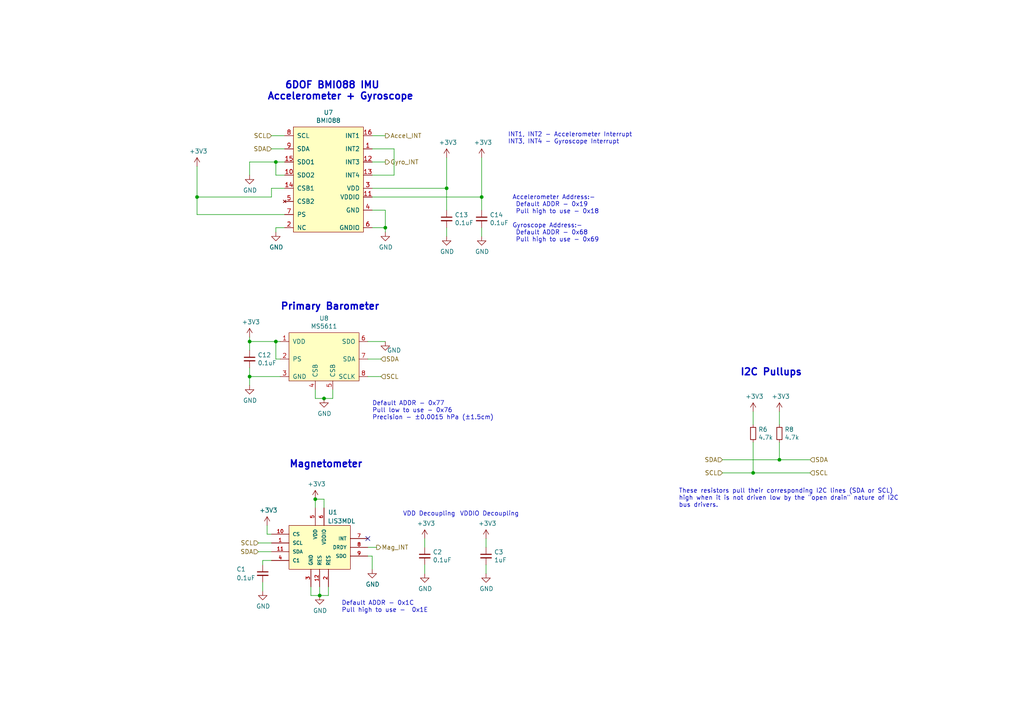
<source format=kicad_sch>
(kicad_sch (version 20230121) (generator eeschema)

  (uuid 4d2fd49e-2cb2-44d4-8935-68488970d97b)

  (paper "A4")

  (title_block
    (title "10DOF-Sensor Suite")
    (date "2021-10-11")
    (rev "1")
    (company "Drawn by Abhigna Y")
    (comment 2 "LIS3MDL (Mag)")
    (comment 3 "MS5611 (Primary Baro)")
    (comment 4 "BMI088- (Accel + Gyro)")
  )

  (lib_symbols
    (symbol "BMI088:BMI088" (pin_names (offset 1.016)) (in_bom yes) (on_board yes)
      (property "Reference" "U" (at 8.89 34.29 0)
        (effects (font (size 1.27 1.27)))
      )
      (property "Value" "BMI088_BMI088" (at 8.89 31.75 0)
        (effects (font (size 1.27 1.27)))
      )
      (property "Footprint" "" (at 5.08 33.02 0)
        (effects (font (size 1.27 1.27)) hide)
      )
      (property "Datasheet" "" (at 5.08 33.02 0)
        (effects (font (size 1.27 1.27)) hide)
      )
      (symbol "BMI088_0_1"
        (rectangle (start 0 30.48) (end 20.32 0)
          (stroke (width 0) (type default))
          (fill (type background))
        )
      )
      (symbol "BMI088_1_1"
        (pin bidirectional line (at 22.86 24.13 180) (length 2.54)
          (name "INT2" (effects (font (size 1.27 1.27))))
          (number "1" (effects (font (size 1.27 1.27))))
        )
        (pin output line (at -2.54 16.51 0) (length 2.54)
          (name "SDO2" (effects (font (size 1.27 1.27))))
          (number "10" (effects (font (size 1.27 1.27))))
        )
        (pin power_in line (at 22.86 10.16 180) (length 2.54)
          (name "VDDIO" (effects (font (size 1.27 1.27))))
          (number "11" (effects (font (size 1.27 1.27))))
        )
        (pin output line (at 22.86 20.32 180) (length 2.54)
          (name "INT3" (effects (font (size 1.27 1.27))))
          (number "12" (effects (font (size 1.27 1.27))))
        )
        (pin output line (at 22.86 16.51 180) (length 2.54)
          (name "INT4" (effects (font (size 1.27 1.27))))
          (number "13" (effects (font (size 1.27 1.27))))
        )
        (pin input line (at -2.54 12.7 0) (length 2.54)
          (name "CSB1" (effects (font (size 1.27 1.27))))
          (number "14" (effects (font (size 1.27 1.27))))
        )
        (pin output line (at -2.54 20.32 0) (length 2.54)
          (name "SDO1" (effects (font (size 1.27 1.27))))
          (number "15" (effects (font (size 1.27 1.27))))
        )
        (pin bidirectional line (at 22.86 27.94 180) (length 2.54)
          (name "INT1" (effects (font (size 1.27 1.27))))
          (number "16" (effects (font (size 1.27 1.27))))
        )
        (pin power_in line (at -2.54 1.27 0) (length 2.54)
          (name "NC" (effects (font (size 1.27 1.27))))
          (number "2" (effects (font (size 1.27 1.27))))
        )
        (pin power_in line (at 22.86 12.7 180) (length 2.54)
          (name "VDD" (effects (font (size 1.27 1.27))))
          (number "3" (effects (font (size 1.27 1.27))))
        )
        (pin power_in line (at 22.86 6.35 180) (length 2.54)
          (name "GND" (effects (font (size 1.27 1.27))))
          (number "4" (effects (font (size 1.27 1.27))))
        )
        (pin no_connect line (at -2.54 8.89 0) (length 2.54)
          (name "CSB2" (effects (font (size 1.27 1.27))))
          (number "5" (effects (font (size 1.27 1.27))))
        )
        (pin power_in line (at 22.86 1.27 180) (length 2.54)
          (name "GNDIO" (effects (font (size 1.27 1.27))))
          (number "6" (effects (font (size 1.27 1.27))))
        )
        (pin input line (at -2.54 5.08 0) (length 2.54)
          (name "PS" (effects (font (size 1.27 1.27))))
          (number "7" (effects (font (size 1.27 1.27))))
        )
        (pin input line (at -2.54 27.94 0) (length 2.54)
          (name "SCL" (effects (font (size 1.27 1.27))))
          (number "8" (effects (font (size 1.27 1.27))))
        )
        (pin bidirectional line (at -2.54 24.13 0) (length 2.54)
          (name "SDA" (effects (font (size 1.27 1.27))))
          (number "9" (effects (font (size 1.27 1.27))))
        )
      )
    )
    (symbol "Device:C_Small" (pin_numbers hide) (pin_names (offset 0.254) hide) (in_bom yes) (on_board yes)
      (property "Reference" "C" (at 0.254 1.778 0)
        (effects (font (size 1.27 1.27)) (justify left))
      )
      (property "Value" "C_Small" (at 0.254 -2.032 0)
        (effects (font (size 1.27 1.27)) (justify left))
      )
      (property "Footprint" "" (at 0 0 0)
        (effects (font (size 1.27 1.27)) hide)
      )
      (property "Datasheet" "~" (at 0 0 0)
        (effects (font (size 1.27 1.27)) hide)
      )
      (property "ki_keywords" "capacitor cap" (at 0 0 0)
        (effects (font (size 1.27 1.27)) hide)
      )
      (property "ki_description" "Unpolarized capacitor, small symbol" (at 0 0 0)
        (effects (font (size 1.27 1.27)) hide)
      )
      (property "ki_fp_filters" "C_*" (at 0 0 0)
        (effects (font (size 1.27 1.27)) hide)
      )
      (symbol "C_Small_0_1"
        (polyline
          (pts
            (xy -1.524 -0.508)
            (xy 1.524 -0.508)
          )
          (stroke (width 0.3302) (type default))
          (fill (type none))
        )
        (polyline
          (pts
            (xy -1.524 0.508)
            (xy 1.524 0.508)
          )
          (stroke (width 0.3048) (type default))
          (fill (type none))
        )
      )
      (symbol "C_Small_1_1"
        (pin passive line (at 0 2.54 270) (length 2.032)
          (name "~" (effects (font (size 1.27 1.27))))
          (number "1" (effects (font (size 1.27 1.27))))
        )
        (pin passive line (at 0 -2.54 90) (length 2.032)
          (name "~" (effects (font (size 1.27 1.27))))
          (number "2" (effects (font (size 1.27 1.27))))
        )
      )
    )
    (symbol "Device:R_Small" (pin_numbers hide) (pin_names (offset 0.254) hide) (in_bom yes) (on_board yes)
      (property "Reference" "R" (at 0.762 0.508 0)
        (effects (font (size 1.27 1.27)) (justify left))
      )
      (property "Value" "R_Small" (at 0.762 -1.016 0)
        (effects (font (size 1.27 1.27)) (justify left))
      )
      (property "Footprint" "" (at 0 0 0)
        (effects (font (size 1.27 1.27)) hide)
      )
      (property "Datasheet" "~" (at 0 0 0)
        (effects (font (size 1.27 1.27)) hide)
      )
      (property "ki_keywords" "R resistor" (at 0 0 0)
        (effects (font (size 1.27 1.27)) hide)
      )
      (property "ki_description" "Resistor, small symbol" (at 0 0 0)
        (effects (font (size 1.27 1.27)) hide)
      )
      (property "ki_fp_filters" "R_*" (at 0 0 0)
        (effects (font (size 1.27 1.27)) hide)
      )
      (symbol "R_Small_0_1"
        (rectangle (start -0.762 1.778) (end 0.762 -1.778)
          (stroke (width 0.2032) (type default))
          (fill (type none))
        )
      )
      (symbol "R_Small_1_1"
        (pin passive line (at 0 2.54 270) (length 0.762)
          (name "~" (effects (font (size 1.27 1.27))))
          (number "1" (effects (font (size 1.27 1.27))))
        )
        (pin passive line (at 0 -2.54 90) (length 0.762)
          (name "~" (effects (font (size 1.27 1.27))))
          (number "2" (effects (font (size 1.27 1.27))))
        )
      )
    )
    (symbol "MS5611:MS5611" (pin_names (offset 1.016)) (in_bom yes) (on_board yes)
      (property "Reference" "U" (at 8.89 17.78 0)
        (effects (font (size 1.27 1.27)))
      )
      (property "Value" "MS5611_MS5611" (at 8.89 15.24 0)
        (effects (font (size 1.27 1.27)))
      )
      (property "Footprint" "" (at 8.89 17.78 0)
        (effects (font (size 1.27 1.27)) hide)
      )
      (property "Datasheet" "" (at 8.89 17.78 0)
        (effects (font (size 1.27 1.27)) hide)
      )
      (symbol "MS5611_0_1"
        (rectangle (start -1.27 13.97) (end 19.05 0)
          (stroke (width 0) (type default))
          (fill (type background))
        )
      )
      (symbol "MS5611_1_1"
        (pin power_in line (at -3.81 11.43 0) (length 2.54)
          (name "VDD" (effects (font (size 1.27 1.27))))
          (number "1" (effects (font (size 1.27 1.27))))
        )
        (pin input line (at -3.81 6.35 0) (length 2.54)
          (name "PS" (effects (font (size 1.27 1.27))))
          (number "2" (effects (font (size 1.27 1.27))))
        )
        (pin power_in line (at -3.81 1.27 0) (length 2.54)
          (name "GND" (effects (font (size 1.27 1.27))))
          (number "3" (effects (font (size 1.27 1.27))))
        )
        (pin input line (at 6.35 -2.54 90) (length 2.54)
          (name "CSB" (effects (font (size 1.27 1.27))))
          (number "4" (effects (font (size 1.27 1.27))))
        )
        (pin input line (at 11.43 -2.54 90) (length 2.54)
          (name "CSB" (effects (font (size 1.27 1.27))))
          (number "5" (effects (font (size 1.27 1.27))))
        )
        (pin output line (at 21.59 11.43 180) (length 2.54)
          (name "SDO" (effects (font (size 1.27 1.27))))
          (number "6" (effects (font (size 1.27 1.27))))
        )
        (pin bidirectional line (at 21.59 6.35 180) (length 2.54)
          (name "SDA" (effects (font (size 1.27 1.27))))
          (number "7" (effects (font (size 1.27 1.27))))
        )
        (pin input line (at 21.59 1.27 180) (length 2.54)
          (name "SCLK" (effects (font (size 1.27 1.27))))
          (number "8" (effects (font (size 1.27 1.27))))
        )
      )
    )
    (symbol "Magnetometer:LIS3MDL" (pin_names (offset 1.016)) (in_bom yes) (on_board yes)
      (property "Reference" "U" (at 15.24 10.16 0)
        (effects (font (size 1.27 1.27)))
      )
      (property "Value" "Magnetometer_LIS3MDL" (at 17.78 7.62 0)
        (effects (font (size 1.27 1.27)))
      )
      (property "Footprint" "" (at 0 0 0)
        (effects (font (size 1.27 1.27)) hide)
      )
      (property "Datasheet" "" (at 0 0 0)
        (effects (font (size 1.27 1.27)) hide)
      )
      (symbol "LIS3MDL_0_0"
        (pin input line (at -2.54 1.27 0) (length 5.08)
          (name "SCL" (effects (font (size 1.016 1.016))))
          (number "1" (effects (font (size 1.016 1.016))))
        )
        (pin output line (at -2.54 3.81 0) (length 5.08)
          (name "CS" (effects (font (size 1.016 1.016))))
          (number "10" (effects (font (size 1.016 1.016))))
        )
        (pin output line (at -2.54 -1.27 0) (length 5.08)
          (name "SDA" (effects (font (size 1.016 1.016))))
          (number "11" (effects (font (size 1.016 1.016))))
        )
        (pin power_in line (at 11.43 -11.43 90) (length 5.08)
          (name "RES" (effects (font (size 1.016 1.016))))
          (number "12" (effects (font (size 1.016 1.016))))
        )
        (pin power_in line (at 13.97 -11.43 90) (length 5.08)
          (name "RES" (effects (font (size 1.016 1.016))))
          (number "2" (effects (font (size 1.016 1.016))))
        )
        (pin power_in line (at 8.89 -11.43 90) (length 5.08)
          (name "GND" (effects (font (size 1.016 1.016))))
          (number "3" (effects (font (size 1.016 1.016))))
        )
        (pin power_in line (at -2.54 -3.81 0) (length 5.08)
          (name "C1" (effects (font (size 1.016 1.016))))
          (number "4" (effects (font (size 1.016 1.016))))
        )
        (pin power_in line (at 10.16 11.43 270) (length 5.08)
          (name "VDD" (effects (font (size 1.016 1.016))))
          (number "5" (effects (font (size 1.016 1.016))))
        )
        (pin power_in line (at 12.7 11.43 270) (length 5.08)
          (name "VDDIO" (effects (font (size 1.016 1.016))))
          (number "6" (effects (font (size 1.016 1.016))))
        )
        (pin input line (at 25.4 2.54 180) (length 5.08)
          (name "INT" (effects (font (size 1.016 1.016))))
          (number "7" (effects (font (size 1.016 1.016))))
        )
        (pin input line (at 25.4 0 180) (length 5.08)
          (name "DRDY" (effects (font (size 1.016 1.016))))
          (number "8" (effects (font (size 1.016 1.016))))
        )
        (pin power_in line (at 25.4 -2.54 180) (length 5.08)
          (name "SDO" (effects (font (size 1.016 1.016))))
          (number "9" (effects (font (size 1.016 1.016))))
        )
      )
      (symbol "LIS3MDL_0_1"
        (rectangle (start 2.54 6.35) (end 20.32 -6.35)
          (stroke (width 0) (type default))
          (fill (type background))
        )
      )
    )
    (symbol "power:+3.3V" (power) (pin_names (offset 0)) (in_bom yes) (on_board yes)
      (property "Reference" "#PWR" (at 0 -3.81 0)
        (effects (font (size 1.27 1.27)) hide)
      )
      (property "Value" "+3.3V" (at 0 3.556 0)
        (effects (font (size 1.27 1.27)))
      )
      (property "Footprint" "" (at 0 0 0)
        (effects (font (size 1.27 1.27)) hide)
      )
      (property "Datasheet" "" (at 0 0 0)
        (effects (font (size 1.27 1.27)) hide)
      )
      (property "ki_keywords" "power-flag" (at 0 0 0)
        (effects (font (size 1.27 1.27)) hide)
      )
      (property "ki_description" "Power symbol creates a global label with name \"+3.3V\"" (at 0 0 0)
        (effects (font (size 1.27 1.27)) hide)
      )
      (symbol "+3.3V_0_1"
        (polyline
          (pts
            (xy -0.762 1.27)
            (xy 0 2.54)
          )
          (stroke (width 0) (type default))
          (fill (type none))
        )
        (polyline
          (pts
            (xy 0 0)
            (xy 0 2.54)
          )
          (stroke (width 0) (type default))
          (fill (type none))
        )
        (polyline
          (pts
            (xy 0 2.54)
            (xy 0.762 1.27)
          )
          (stroke (width 0) (type default))
          (fill (type none))
        )
      )
      (symbol "+3.3V_1_1"
        (pin power_in line (at 0 0 90) (length 0) hide
          (name "+3V3" (effects (font (size 1.27 1.27))))
          (number "1" (effects (font (size 1.27 1.27))))
        )
      )
    )
    (symbol "power:GND" (power) (pin_names (offset 0)) (in_bom yes) (on_board yes)
      (property "Reference" "#PWR" (at 0 -6.35 0)
        (effects (font (size 1.27 1.27)) hide)
      )
      (property "Value" "GND" (at 0 -3.81 0)
        (effects (font (size 1.27 1.27)))
      )
      (property "Footprint" "" (at 0 0 0)
        (effects (font (size 1.27 1.27)) hide)
      )
      (property "Datasheet" "" (at 0 0 0)
        (effects (font (size 1.27 1.27)) hide)
      )
      (property "ki_keywords" "power-flag" (at 0 0 0)
        (effects (font (size 1.27 1.27)) hide)
      )
      (property "ki_description" "Power symbol creates a global label with name \"GND\" , ground" (at 0 0 0)
        (effects (font (size 1.27 1.27)) hide)
      )
      (symbol "GND_0_1"
        (polyline
          (pts
            (xy 0 0)
            (xy 0 -1.27)
            (xy 1.27 -1.27)
            (xy 0 -2.54)
            (xy -1.27 -1.27)
            (xy 0 -1.27)
          )
          (stroke (width 0) (type default))
          (fill (type none))
        )
      )
      (symbol "GND_1_1"
        (pin power_in line (at 0 0 270) (length 0) hide
          (name "GND" (effects (font (size 1.27 1.27))))
          (number "1" (effects (font (size 1.27 1.27))))
        )
      )
    )
  )

  (junction (at 80.01 46.99) (diameter 0) (color 0 0 0 0)
    (uuid 044dde97-ee2e-473a-9264-ed4dff1893a5)
  )
  (junction (at 72.39 99.06) (diameter 0) (color 0 0 0 0)
    (uuid 2d4d8c24-5b38-445b-8733-2a81ba21d33e)
  )
  (junction (at 93.98 115.57) (diameter 0) (color 0 0 0 0)
    (uuid 2fb9964c-4cd4-4e81-b5e8-f78759d3adb5)
  )
  (junction (at 226.06 133.35) (diameter 0) (color 0 0 0 0)
    (uuid 3b9c5ffd-e59b-402d-8c5e-052f7ca643a4)
  )
  (junction (at 72.39 109.22) (diameter 0) (color 0 0 0 0)
    (uuid 5fe7a4eb-9f04-4df6-a1fa-36c071e280d7)
  )
  (junction (at 57.15 57.15) (diameter 0) (color 0 0 0 0)
    (uuid 662bafcb-dcfb-4471-a8a9-f5c777fdf249)
  )
  (junction (at 218.44 137.16) (diameter 0) (color 0 0 0 0)
    (uuid 6b6d35dc-fa1d-46c5-87c0-b0652011059d)
  )
  (junction (at 92.71 172.72) (diameter 0) (color 0 0 0 0)
    (uuid 7c0866b5-b180-4be6-9e62-43f5b191d6d4)
  )
  (junction (at 129.54 54.61) (diameter 0) (color 0 0 0 0)
    (uuid 90fd611c-300b-48cf-a7c4-0d604953cd00)
  )
  (junction (at 139.7 57.15) (diameter 0) (color 0 0 0 0)
    (uuid 981ff4de-0330-4757-b746-0cb983df5e7c)
  )
  (junction (at 111.76 66.04) (diameter 0) (color 0 0 0 0)
    (uuid a6706c54-6a82-42d1-a6c9-48341690e19d)
  )
  (junction (at 80.01 99.06) (diameter 0) (color 0 0 0 0)
    (uuid b21625e3-a75b-41d7-9f13-4c0e12ba16cb)
  )
  (junction (at 91.44 144.78) (diameter 0) (color 0 0 0 0)
    (uuid b55dabdc-b790-4740-9349-75159cff975a)
  )

  (no_connect (at 106.68 156.21) (uuid 2e36ce87-4661-4b8f-956a-16dc559e1b50))

  (wire (pts (xy 92.71 170.18) (xy 92.71 172.72))
    (stroke (width 0) (type default))
    (uuid 003974b6-cb8f-491b-a226-fc7891eb9a62)
  )
  (wire (pts (xy 93.98 144.78) (xy 91.44 144.78))
    (stroke (width 0) (type default))
    (uuid 004b7456-c25a-480f-88f6-723c1bcd9939)
  )
  (wire (pts (xy 106.68 99.06) (xy 111.76 99.06))
    (stroke (width 0) (type default))
    (uuid 0938c137-668b-4d2f-b92b-cadb1df72bdb)
  )
  (wire (pts (xy 78.74 57.15) (xy 57.15 57.15))
    (stroke (width 0) (type default))
    (uuid 0e0f9829-27a5-43b2-a0ae-121d3ce72ef4)
  )
  (wire (pts (xy 76.2 163.83) (xy 76.2 162.56))
    (stroke (width 0) (type default))
    (uuid 122b5574-57fe-4d2d-80bf-3cabd28e7128)
  )
  (wire (pts (xy 82.55 66.04) (xy 80.01 66.04))
    (stroke (width 0) (type default))
    (uuid 15ea3484-2685-47cb-9e01-ec01c6d477b8)
  )
  (wire (pts (xy 72.39 99.06) (xy 72.39 97.79))
    (stroke (width 0) (type default))
    (uuid 16d5bf81-590a-4149-97e0-64f3b3ad6f52)
  )
  (wire (pts (xy 139.7 66.04) (xy 139.7 68.58))
    (stroke (width 0) (type default))
    (uuid 2026567f-be64-41dd-8011-b0897ba0ff2e)
  )
  (wire (pts (xy 140.97 158.75) (xy 140.97 156.21))
    (stroke (width 0) (type default))
    (uuid 2295a793-dfca-4b86-a3e5-abf1834e2790)
  )
  (wire (pts (xy 90.17 170.18) (xy 90.17 172.72))
    (stroke (width 0) (type default))
    (uuid 2522909e-6f5c-4f36-9c3a-869dca14e50f)
  )
  (wire (pts (xy 234.95 133.35) (xy 226.06 133.35))
    (stroke (width 0) (type default))
    (uuid 2681e64d-bedc-4e1f-87d2-754aaa485bbd)
  )
  (wire (pts (xy 72.39 109.22) (xy 72.39 106.68))
    (stroke (width 0) (type default))
    (uuid 2d16cb66-2809-411d-912c-d3db0f48bd04)
  )
  (wire (pts (xy 109.22 158.75) (xy 106.68 158.75))
    (stroke (width 0) (type default))
    (uuid 2d617fad-47fe-4db9-836a-4bceb9c31c3b)
  )
  (wire (pts (xy 82.55 54.61) (xy 78.74 54.61))
    (stroke (width 0) (type default))
    (uuid 3579cf2f-29b0-46b6-a07d-483fb5586322)
  )
  (wire (pts (xy 57.15 57.15) (xy 57.15 48.26))
    (stroke (width 0) (type default))
    (uuid 3934b2e9-06c8-499c-a6df-4d7b35cfb894)
  )
  (wire (pts (xy 107.95 60.96) (xy 111.76 60.96))
    (stroke (width 0) (type default))
    (uuid 39845449-7a31-4262-86b1-e7af14a6659f)
  )
  (wire (pts (xy 90.17 172.72) (xy 92.71 172.72))
    (stroke (width 0) (type default))
    (uuid 3a45fb3b-7899-44f2-a78a-f676359df67b)
  )
  (wire (pts (xy 129.54 54.61) (xy 129.54 45.72))
    (stroke (width 0) (type default))
    (uuid 3d416885-b8b5-4f5c-bc29-39c6376095e8)
  )
  (wire (pts (xy 57.15 62.23) (xy 57.15 57.15))
    (stroke (width 0) (type default))
    (uuid 3f96e159-1f3b-4ee7-a46e-e60d78f2137a)
  )
  (wire (pts (xy 82.55 46.99) (xy 80.01 46.99))
    (stroke (width 0) (type default))
    (uuid 406d491e-5b01-46dc-a768-fd0992cdb346)
  )
  (wire (pts (xy 106.68 104.14) (xy 110.49 104.14))
    (stroke (width 0) (type default))
    (uuid 40b38567-9d6a-4691-bccf-1b4dbe39957b)
  )
  (wire (pts (xy 80.01 50.8) (xy 80.01 46.99))
    (stroke (width 0) (type default))
    (uuid 4160bbf7-ffff-4c5c-a647-5ee58ddecf06)
  )
  (wire (pts (xy 123.19 163.83) (xy 123.19 166.37))
    (stroke (width 0) (type default))
    (uuid 46491a9d-8b3d-4c74-b09a-70c876f162e5)
  )
  (wire (pts (xy 91.44 113.03) (xy 91.44 115.57))
    (stroke (width 0) (type default))
    (uuid 4c8704fa-310a-4c01-8dc1-2b7e2727fea0)
  )
  (wire (pts (xy 129.54 54.61) (xy 129.54 60.96))
    (stroke (width 0) (type default))
    (uuid 4d967454-338c-4b89-8534-9457e15bf2f2)
  )
  (wire (pts (xy 107.95 66.04) (xy 111.76 66.04))
    (stroke (width 0) (type default))
    (uuid 4f2f68c4-6fa0-45ce-b5c2-e911daddcd12)
  )
  (wire (pts (xy 76.2 162.56) (xy 78.74 162.56))
    (stroke (width 0) (type default))
    (uuid 4f4bd227-fa4c-47f4-ad05-ee16ad4c58c2)
  )
  (wire (pts (xy 226.06 128.27) (xy 226.06 133.35))
    (stroke (width 0) (type default))
    (uuid 4fb2577d-2e1c-480c-9060-124510b35053)
  )
  (wire (pts (xy 107.95 57.15) (xy 139.7 57.15))
    (stroke (width 0) (type default))
    (uuid 59e09498-d26e-4ba7-b47d-fece2ea7c274)
  )
  (wire (pts (xy 114.3 43.18) (xy 114.3 50.8))
    (stroke (width 0) (type default))
    (uuid 621c8eb9-ae87-439a-b350-badb5d559a5a)
  )
  (wire (pts (xy 80.01 99.06) (xy 72.39 99.06))
    (stroke (width 0) (type default))
    (uuid 64256223-cf3b-4a78-97d3-f1dca769968f)
  )
  (wire (pts (xy 91.44 115.57) (xy 93.98 115.57))
    (stroke (width 0) (type default))
    (uuid 6742a066-6a5f-4185-90ae-b7fe8c6eda52)
  )
  (wire (pts (xy 111.76 66.04) (xy 111.76 67.31))
    (stroke (width 0) (type default))
    (uuid 692d87e9-6b70-46cc-9c78-b75193a484cc)
  )
  (wire (pts (xy 107.95 54.61) (xy 129.54 54.61))
    (stroke (width 0) (type default))
    (uuid 6b8ac91e-9d2b-49db-8a80-1da009ad1c5e)
  )
  (wire (pts (xy 218.44 128.27) (xy 218.44 137.16))
    (stroke (width 0) (type default))
    (uuid 6b8c153e-62fe-42fb-aa7f-caef740ef6fd)
  )
  (wire (pts (xy 106.68 161.29) (xy 107.95 161.29))
    (stroke (width 0) (type default))
    (uuid 6ce41a48-c5e2-4d5f-8548-1c7b5c309a8a)
  )
  (wire (pts (xy 72.39 46.99) (xy 72.39 50.8))
    (stroke (width 0) (type default))
    (uuid 722636b6-8ff0-452f-9357-23deb317d921)
  )
  (wire (pts (xy 114.3 43.18) (xy 107.95 43.18))
    (stroke (width 0) (type default))
    (uuid 72cc7949-68f8-4ef8-adcb-a65c1d042672)
  )
  (wire (pts (xy 78.74 54.61) (xy 78.74 57.15))
    (stroke (width 0) (type default))
    (uuid 73f40fda-e6eb-4f93-9482-56cf47d84a87)
  )
  (wire (pts (xy 82.55 50.8) (xy 80.01 50.8))
    (stroke (width 0) (type default))
    (uuid 7582a530-a952-46c1-b7eb-75006524ba29)
  )
  (wire (pts (xy 82.55 62.23) (xy 57.15 62.23))
    (stroke (width 0) (type default))
    (uuid 77aa6db5-9b8d-4983-b88e-30fe5af25975)
  )
  (wire (pts (xy 72.39 109.22) (xy 72.39 111.76))
    (stroke (width 0) (type default))
    (uuid 7806469b-c133-4e19-b2d5-f2b690b4b2f3)
  )
  (wire (pts (xy 139.7 57.15) (xy 139.7 45.72))
    (stroke (width 0) (type default))
    (uuid 7943ed8c-e760-4ace-9c5f-baf5589fae39)
  )
  (wire (pts (xy 129.54 66.04) (xy 129.54 68.58))
    (stroke (width 0) (type default))
    (uuid 7eb32ed1-4320-49ba-8487-1c88e4824fe3)
  )
  (wire (pts (xy 91.44 147.32) (xy 91.44 144.78))
    (stroke (width 0) (type default))
    (uuid 832b5a8c-7fe2-47ff-beee-cebf840750bb)
  )
  (wire (pts (xy 96.52 115.57) (xy 93.98 115.57))
    (stroke (width 0) (type default))
    (uuid 8385d9f6-6997-423b-b38d-d0ab00c45f3f)
  )
  (wire (pts (xy 74.93 157.48) (xy 78.74 157.48))
    (stroke (width 0) (type default))
    (uuid 848c6095-3966-404d-9f2a-51150fd8dc54)
  )
  (wire (pts (xy 80.01 46.99) (xy 72.39 46.99))
    (stroke (width 0) (type default))
    (uuid 8ae05d37-86b4-45ea-800f-f1f9fb167857)
  )
  (wire (pts (xy 81.28 109.22) (xy 72.39 109.22))
    (stroke (width 0) (type default))
    (uuid 90fa0465-7fe5-474b-8e7c-9f955c02a0f6)
  )
  (wire (pts (xy 107.95 161.29) (xy 107.95 165.1))
    (stroke (width 0) (type default))
    (uuid 92bd1111-b941-4c03-b7ec-a08a9359bc50)
  )
  (wire (pts (xy 82.55 43.18) (xy 78.74 43.18))
    (stroke (width 0) (type default))
    (uuid 93ac15d8-5f91-4361-acff-be4992b93b51)
  )
  (wire (pts (xy 82.55 39.37) (xy 78.74 39.37))
    (stroke (width 0) (type default))
    (uuid 96781640-c07e-4eea-a372-067ded96b703)
  )
  (wire (pts (xy 81.28 104.14) (xy 80.01 104.14))
    (stroke (width 0) (type default))
    (uuid a10b569c-d672-485d-9c05-2cb4795deeca)
  )
  (wire (pts (xy 72.39 101.6) (xy 72.39 99.06))
    (stroke (width 0) (type default))
    (uuid a6891c49-3648-41ce-811e-fccb4c4653af)
  )
  (wire (pts (xy 81.28 99.06) (xy 80.01 99.06))
    (stroke (width 0) (type default))
    (uuid a6c7f556-10bb-4a6d-b61b-a732ec6fa5cc)
  )
  (wire (pts (xy 226.06 119.38) (xy 226.06 123.19))
    (stroke (width 0) (type default))
    (uuid b44c0167-50fe-4c67-94fb-5ce2e6f52544)
  )
  (wire (pts (xy 110.49 109.22) (xy 106.68 109.22))
    (stroke (width 0) (type default))
    (uuid b45059f3-613f-4b7a-a70a-ed75a9e941e6)
  )
  (wire (pts (xy 107.95 39.37) (xy 111.76 39.37))
    (stroke (width 0) (type default))
    (uuid b7ac5cea-ed28-4028-87d0-45e58c709cf1)
  )
  (wire (pts (xy 93.98 147.32) (xy 93.98 144.78))
    (stroke (width 0) (type default))
    (uuid b8b15b51-8345-4a1d-8ecf-04fc15b9e450)
  )
  (wire (pts (xy 218.44 123.19) (xy 218.44 119.38))
    (stroke (width 0) (type default))
    (uuid bd29b6d3-a58c-4b1f-9c20-de4efb708ab2)
  )
  (wire (pts (xy 111.76 46.99) (xy 107.95 46.99))
    (stroke (width 0) (type default))
    (uuid bf8d857b-70bf-41ee-a068-5771461e04e9)
  )
  (wire (pts (xy 80.01 66.04) (xy 80.01 67.31))
    (stroke (width 0) (type default))
    (uuid c6462399-f2e4-4f1a-b34a-b49a04c8bdb9)
  )
  (wire (pts (xy 92.71 172.72) (xy 95.25 172.72))
    (stroke (width 0) (type default))
    (uuid c81031ca-cd56-4ea3-b0db-833cbbdd7b2e)
  )
  (wire (pts (xy 209.55 137.16) (xy 218.44 137.16))
    (stroke (width 0) (type default))
    (uuid c811ed5f-f509-4605-b7d3-da6f79935a1e)
  )
  (wire (pts (xy 218.44 137.16) (xy 234.95 137.16))
    (stroke (width 0) (type default))
    (uuid d035bb7a-e806-42f2-ba95-a390d279aef1)
  )
  (wire (pts (xy 95.25 172.72) (xy 95.25 170.18))
    (stroke (width 0) (type default))
    (uuid d1817a81-d444-4cd9-95f6-174ec9e2a60e)
  )
  (wire (pts (xy 78.74 160.02) (xy 74.93 160.02))
    (stroke (width 0) (type default))
    (uuid d4e4ffa8-e3e2-4590-b9df-630d1880f3e4)
  )
  (wire (pts (xy 80.01 104.14) (xy 80.01 99.06))
    (stroke (width 0) (type default))
    (uuid db902262-2864-4997-aeff-8abaa132424a)
  )
  (wire (pts (xy 111.76 60.96) (xy 111.76 66.04))
    (stroke (width 0) (type default))
    (uuid dd6c35f3-ae45-4706-ad6f-8028797ca8e0)
  )
  (wire (pts (xy 77.47 154.94) (xy 77.47 152.4))
    (stroke (width 0) (type default))
    (uuid dff67d5c-d976-4516-ae67-dbbdb70f8ddd)
  )
  (wire (pts (xy 96.52 113.03) (xy 96.52 115.57))
    (stroke (width 0) (type default))
    (uuid e3c3d042-f4c5-4fb1-a6b8-52aa1c14cc0e)
  )
  (wire (pts (xy 76.2 171.45) (xy 76.2 168.91))
    (stroke (width 0) (type default))
    (uuid e42fd0d4-9927-4308-81d9-4cca814c8ea9)
  )
  (wire (pts (xy 140.97 166.37) (xy 140.97 163.83))
    (stroke (width 0) (type default))
    (uuid e77c17df-b20e-4e7d-b937-f281c75a0014)
  )
  (wire (pts (xy 123.19 156.21) (xy 123.19 158.75))
    (stroke (width 0) (type default))
    (uuid e80b0e91-f15f-4e36-9a9c-b2cfd5a01d2a)
  )
  (wire (pts (xy 226.06 133.35) (xy 209.55 133.35))
    (stroke (width 0) (type default))
    (uuid f08895dc-4dcb-4aef-a39b-5a08864cdaaf)
  )
  (wire (pts (xy 78.74 154.94) (xy 77.47 154.94))
    (stroke (width 0) (type default))
    (uuid f6dcb5b4-0971-448a-b9ab-6db37a750704)
  )
  (wire (pts (xy 107.95 50.8) (xy 114.3 50.8))
    (stroke (width 0) (type default))
    (uuid f74eb612-4697-4cb4-afe4-9f94828b954d)
  )
  (wire (pts (xy 139.7 57.15) (xy 139.7 60.96))
    (stroke (width 0) (type default))
    (uuid fead07ab-5a70-40db-ada8-c72dcc827bfc)
  )

  (text "Primary Barometer" (at 81.28 90.17 0)
    (effects (font (size 2.0066 2.0066) (thickness 0.4013) bold) (justify left bottom))
    (uuid 04d60995-4f82-4f17-8f82-2f27a0a779cc)
  )
  (text "INT1, INT2 - Accelerometer Interrupt\nINT3, INT4 - Gyroscope Interrupt"
    (at 147.32 41.91 0)
    (effects (font (size 1.27 1.27)) (justify left bottom))
    (uuid 2ba25c40-ea42-478e-9150-1d94fa1c8ae9)
  )
  (text "6DOF BMI088 IMU\n\n" (at 82.55 29.21 0)
    (effects (font (size 2.0066 2.0066) (thickness 0.4013) bold) (justify left bottom))
    (uuid 42b61d5b-39d6-462b-b2cc-57656078085f)
  )
  (text "These resistors pull their corresponding I2C lines (SDA or SCL)\nhigh when it is not driven low by the \"open drain\" nature of I2C \nbus drivers.\n"
    (at 196.85 147.32 0)
    (effects (font (size 1.27 1.27)) (justify left bottom))
    (uuid 5a33f5a4-a470-4c04-9e2d-532b5f01a5d6)
  )
  (text "I2C Pullups" (at 214.63 109.22 0)
    (effects (font (size 2.0066 2.0066) (thickness 0.4013) bold) (justify left bottom))
    (uuid 6133fb54-5524-482e-9ae2-adbf29aced9e)
  )
  (text "Magnetometer" (at 83.82 135.89 0)
    (effects (font (size 2.0066 2.0066) (thickness 0.4013) bold) (justify left bottom))
    (uuid 6ea0f2f7-b064-4b8f-bd17-48195d1c83d1)
  )
  (text "Default ADDR - 0x77\nPull low to use - 0x76\nPrecision - ±0.0015 hPa (±1.5cm)\n"
    (at 107.95 121.92 0)
    (effects (font (size 1.27 1.27)) (justify left bottom))
    (uuid 6f44a349-1ba9-4965-b217-aa1589a07228)
  )
  (text "Default ADDR - 0x1C\nPull high to use -  0x1E" (at 99.06 177.8 0)
    (effects (font (size 1.27 1.27)) (justify left bottom))
    (uuid 725579dd-9ec6-473d-8843-6a11e99f108c)
  )
  (text "VDDIO Decoupling\n" (at 133.35 149.86 0)
    (effects (font (size 1.27 1.27)) (justify left bottom))
    (uuid acb0068c-c0e7-44cf-a209-296716acb6a2)
  )
  (text "Accelerometer + Gyroscope" (at 77.47 29.21 0)
    (effects (font (size 2.0066 2.0066) (thickness 0.4013) bold) (justify left bottom))
    (uuid acb6c3f3-e677-4f35-9fc2-138ba10f33af)
  )
  (text "VDD Decoupling" (at 116.84 149.86 0)
    (effects (font (size 1.27 1.27)) (justify left bottom))
    (uuid cdfb661b-489b-4b76-99f4-62b92bb1ab18)
  )
  (text "Accelerometer Address:-\n Default ADDR - 0x19\n Pull high to use - 0x18\n\nGyroscope Address:-\n Default ADDR - 0x68\n Pull high to use - 0x69\n \n"
    (at 148.59 72.39 0)
    (effects (font (size 1.27 1.27)) (justify left bottom))
    (uuid f284b1e2-75a4-4a3f-a5f4-6f05f15fb4f5)
  )

  (hierarchical_label "SDA" (shape input) (at 209.55 133.35 180) (fields_autoplaced)
    (effects (font (size 1.27 1.27)) (justify right))
    (uuid 00685b6c-8696-40e4-99ef-ed6b43e37d05)
  )
  (hierarchical_label "Gyro_INT" (shape output) (at 111.76 46.99 0) (fields_autoplaced)
    (effects (font (size 1.27 1.27)) (justify left))
    (uuid 232ccf4f-3322-4e62-990b-290e6ff36fcd)
  )
  (hierarchical_label "SDA" (shape input) (at 74.93 160.02 180) (fields_autoplaced)
    (effects (font (size 1.27 1.27)) (justify right))
    (uuid 2bd25ead-4e2a-433b-8078-3e125d7d83a6)
  )
  (hierarchical_label "SCL" (shape input) (at 209.55 137.16 180) (fields_autoplaced)
    (effects (font (size 1.27 1.27)) (justify right))
    (uuid 3a3384a0-c996-497d-bcdc-fcfacfa0a4ba)
  )
  (hierarchical_label "SDA" (shape input) (at 110.49 104.14 0) (fields_autoplaced)
    (effects (font (size 1.27 1.27)) (justify left))
    (uuid 402f9701-5eba-4eb4-8b21-e1f7ab2e9c2b)
  )
  (hierarchical_label "Mag_INT" (shape output) (at 109.22 158.75 0) (fields_autoplaced)
    (effects (font (size 1.27 1.27)) (justify left))
    (uuid 4688ff87-8262-46f4-ad96-b5f4e529cfa9)
  )
  (hierarchical_label "SCL" (shape input) (at 78.74 39.37 180) (fields_autoplaced)
    (effects (font (size 1.27 1.27)) (justify right))
    (uuid 52cb6316-69af-4aea-b754-81ce41e60c86)
  )
  (hierarchical_label "SCL" (shape input) (at 234.95 137.16 0) (fields_autoplaced)
    (effects (font (size 1.27 1.27)) (justify left))
    (uuid 5e0a5e8b-fe66-40d7-a75e-b66668769abe)
  )
  (hierarchical_label "SCL" (shape input) (at 110.49 109.22 0) (fields_autoplaced)
    (effects (font (size 1.27 1.27)) (justify left))
    (uuid 6858c889-412a-4f2e-841f-65310aefaf75)
  )
  (hierarchical_label "SDA" (shape input) (at 234.95 133.35 0) (fields_autoplaced)
    (effects (font (size 1.27 1.27)) (justify left))
    (uuid 6d3f7e4e-0ff1-4674-934e-3c144ecae787)
  )
  (hierarchical_label "Accel_INT" (shape output) (at 111.76 39.37 0) (fields_autoplaced)
    (effects (font (size 1.27 1.27)) (justify left))
    (uuid 6d7ff8c0-8a2a-4636-844f-c7210ff3e6f2)
  )
  (hierarchical_label "SCL" (shape input) (at 74.93 157.48 180) (fields_autoplaced)
    (effects (font (size 1.27 1.27)) (justify right))
    (uuid 796d6dc5-7d0f-4c9d-b05f-6e972302fc07)
  )
  (hierarchical_label "SDA" (shape input) (at 78.74 43.18 180) (fields_autoplaced)
    (effects (font (size 1.27 1.27)) (justify right))
    (uuid 8d8f6701-5bbb-4138-a861-60907b89a34d)
  )

  (symbol (lib_id "BMI088:BMI088") (at 85.09 67.31 0) (unit 1)
    (in_bom yes) (on_board yes) (dnp no)
    (uuid 00000000-0000-0000-0000-0000612da83d)
    (property "Reference" "U7" (at 95.25 32.639 0)
      (effects (font (size 1.27 1.27)))
    )
    (property "Value" "BMI088" (at 95.25 34.9504 0)
      (effects (font (size 1.27 1.27)))
    )
    (property "Footprint" "FC_Parts:BMI088_usethisboi_QFN_Package" (at 90.17 34.29 0)
      (effects (font (size 1.27 1.27)) hide)
    )
    (property "Datasheet" "" (at 90.17 34.29 0)
      (effects (font (size 1.27 1.27)) hide)
    )
    (pin "1" (uuid 42ca61bc-4a99-4164-ae2c-026ec3baf448))
    (pin "10" (uuid 3174137f-df58-47f4-b4e0-cbaff69b14f2))
    (pin "11" (uuid 4aaae322-af46-403e-a193-1b7a15f13f7f))
    (pin "12" (uuid b265664d-b352-4984-b13a-3161a04a5899))
    (pin "13" (uuid ee63234e-42fb-493a-9a3a-faa8dce385ba))
    (pin "14" (uuid f8a243e9-b2ef-408a-8f8c-130620c3fe5b))
    (pin "15" (uuid bb272167-1d38-48e9-b2df-fe4b998586cf))
    (pin "16" (uuid acb9ce60-a3ad-438f-9692-7df7af66bb88))
    (pin "2" (uuid cd7b8740-1800-406a-b445-983a2858909c))
    (pin "3" (uuid 8d17938e-510c-4cf1-b02f-6a87cc7aa60a))
    (pin "4" (uuid 50d8506b-85fd-48a3-87cf-4641c3324fca))
    (pin "5" (uuid e56aa43d-2e5a-4b14-90de-0ee6a41f73b9))
    (pin "6" (uuid b916b656-6490-44d8-ba47-daa8cc2b30e1))
    (pin "7" (uuid f84ecf52-9620-40f2-b52e-95b3f4d0911d))
    (pin "8" (uuid ad5566bc-3ca1-4f5f-adc8-57db32930298))
    (pin "9" (uuid 6c557fe5-dc97-4a77-a703-7b2cd7bf39c4))
    (instances
      (project "Flight_Computer"
        (path "/ee41cb8e-512d-41d2-81e1-3c50fff32aeb/00000000-0000-0000-0000-0000612d0b1d"
          (reference "U7") (unit 1)
        )
      )
    )
  )

  (symbol (lib_id "power:GND") (at 72.39 111.76 0) (unit 1)
    (in_bom yes) (on_board yes) (dnp no)
    (uuid 00000000-0000-0000-0000-0000612da843)
    (property "Reference" "#PWR040" (at 72.39 118.11 0)
      (effects (font (size 1.27 1.27)) hide)
    )
    (property "Value" "GND" (at 72.517 116.1542 0)
      (effects (font (size 1.27 1.27)))
    )
    (property "Footprint" "" (at 72.39 111.76 0)
      (effects (font (size 1.27 1.27)) hide)
    )
    (property "Datasheet" "" (at 72.39 111.76 0)
      (effects (font (size 1.27 1.27)) hide)
    )
    (pin "1" (uuid 59f0d455-e755-468b-b6fc-86d8b15dfd09))
    (instances
      (project "Flight_Computer"
        (path "/ee41cb8e-512d-41d2-81e1-3c50fff32aeb/00000000-0000-0000-0000-0000612d0b1d"
          (reference "#PWR040") (unit 1)
        )
      )
    )
  )

  (symbol (lib_id "power:+3.3V") (at 72.39 97.79 0) (unit 1)
    (in_bom yes) (on_board yes) (dnp no)
    (uuid 00000000-0000-0000-0000-0000612da849)
    (property "Reference" "#PWR033" (at 72.39 101.6 0)
      (effects (font (size 1.27 1.27)) hide)
    )
    (property "Value" "+3.3V" (at 72.771 93.3958 0)
      (effects (font (size 1.27 1.27)))
    )
    (property "Footprint" "" (at 72.39 97.79 0)
      (effects (font (size 1.27 1.27)) hide)
    )
    (property "Datasheet" "" (at 72.39 97.79 0)
      (effects (font (size 1.27 1.27)) hide)
    )
    (pin "1" (uuid 05af8abe-1183-452c-805a-9d3d3d5e16a0))
    (instances
      (project "Flight_Computer"
        (path "/ee41cb8e-512d-41d2-81e1-3c50fff32aeb/00000000-0000-0000-0000-0000612d0b1d"
          (reference "#PWR033") (unit 1)
        )
      )
    )
  )

  (symbol (lib_id "MS5611:MS5611") (at 85.09 110.49 0) (unit 1)
    (in_bom yes) (on_board yes) (dnp no)
    (uuid 00000000-0000-0000-0000-0000612da84f)
    (property "Reference" "U8" (at 93.98 92.329 0)
      (effects (font (size 1.27 1.27)))
    )
    (property "Value" "MS5611" (at 93.98 94.6404 0)
      (effects (font (size 1.27 1.27)))
    )
    (property "Footprint" "FC_Parts:MS5611" (at 93.98 92.71 0)
      (effects (font (size 1.27 1.27)) hide)
    )
    (property "Datasheet" "" (at 93.98 92.71 0)
      (effects (font (size 1.27 1.27)) hide)
    )
    (pin "1" (uuid b4d6d1b1-164b-4ba1-a0d0-1a8e832978a9))
    (pin "2" (uuid fdb27c32-7586-42da-b2ea-2823cfb3d5bd))
    (pin "3" (uuid 981d09c9-fefb-410b-8d8c-52c98abe6bc9))
    (pin "4" (uuid 4d020f42-063c-4b41-8dd0-dca93027de3e))
    (pin "5" (uuid 9361f5fe-fc07-40b6-b854-2223445facc7))
    (pin "6" (uuid 7f45dd63-a9d6-4cf2-9d2e-aaa1058fa35c))
    (pin "7" (uuid 8467474b-2412-4ef2-b22a-4c58413d849a))
    (pin "8" (uuid 516d59b7-a49c-4ff5-a32a-60f59339df81))
    (instances
      (project "Flight_Computer"
        (path "/ee41cb8e-512d-41d2-81e1-3c50fff32aeb/00000000-0000-0000-0000-0000612d0b1d"
          (reference "U8") (unit 1)
        )
      )
    )
  )

  (symbol (lib_id "Device:C_Small") (at 72.39 104.14 0) (unit 1)
    (in_bom yes) (on_board yes) (dnp no)
    (uuid 00000000-0000-0000-0000-0000612da855)
    (property "Reference" "C12" (at 74.7268 102.9716 0)
      (effects (font (size 1.27 1.27)) (justify left))
    )
    (property "Value" "0.1uF" (at 74.7268 105.283 0)
      (effects (font (size 1.27 1.27)) (justify left))
    )
    (property "Footprint" "Capacitor_SMD:C_0805_2012Metric" (at 72.39 104.14 0)
      (effects (font (size 1.27 1.27)) hide)
    )
    (property "Datasheet" "~" (at 72.39 104.14 0)
      (effects (font (size 1.27 1.27)) hide)
    )
    (pin "1" (uuid ab427ed8-7d35-4d73-a382-090628f61935))
    (pin "2" (uuid 42e3837e-d7ee-4d6c-b771-ce736125a13c))
    (instances
      (project "Flight_Computer"
        (path "/ee41cb8e-512d-41d2-81e1-3c50fff32aeb/00000000-0000-0000-0000-0000612d0b1d"
          (reference "C12") (unit 1)
        )
      )
    )
  )

  (symbol (lib_id "power:GND") (at 93.98 115.57 0) (unit 1)
    (in_bom yes) (on_board yes) (dnp no)
    (uuid 00000000-0000-0000-0000-0000612da867)
    (property "Reference" "#PWR042" (at 93.98 121.92 0)
      (effects (font (size 1.27 1.27)) hide)
    )
    (property "Value" "GND" (at 94.107 119.9642 0)
      (effects (font (size 1.27 1.27)))
    )
    (property "Footprint" "" (at 93.98 115.57 0)
      (effects (font (size 1.27 1.27)) hide)
    )
    (property "Datasheet" "" (at 93.98 115.57 0)
      (effects (font (size 1.27 1.27)) hide)
    )
    (pin "1" (uuid 11768ceb-ca99-4b30-abfa-47c9956ae6a0))
    (instances
      (project "Flight_Computer"
        (path "/ee41cb8e-512d-41d2-81e1-3c50fff32aeb/00000000-0000-0000-0000-0000612d0b1d"
          (reference "#PWR042") (unit 1)
        )
      )
    )
  )

  (symbol (lib_id "Device:R_Small") (at 226.06 125.73 180) (unit 1)
    (in_bom yes) (on_board yes) (dnp no)
    (uuid 00000000-0000-0000-0000-0000612da87a)
    (property "Reference" "R8" (at 227.5586 124.5616 0)
      (effects (font (size 1.27 1.27)) (justify right))
    )
    (property "Value" "4.7k" (at 227.5586 126.873 0)
      (effects (font (size 1.27 1.27)) (justify right))
    )
    (property "Footprint" "Resistor_SMD:R_0603_1608Metric" (at 226.06 125.73 0)
      (effects (font (size 1.27 1.27)) hide)
    )
    (property "Datasheet" "~" (at 226.06 125.73 0)
      (effects (font (size 1.27 1.27)) hide)
    )
    (pin "1" (uuid 0fba0469-385a-4534-86f0-83b3d86e474a))
    (pin "2" (uuid 92367d55-e866-4d69-84fa-bb361751d6c6))
    (instances
      (project "Flight_Computer"
        (path "/ee41cb8e-512d-41d2-81e1-3c50fff32aeb/00000000-0000-0000-0000-0000612d0b1d"
          (reference "R8") (unit 1)
        )
      )
    )
  )

  (symbol (lib_id "Device:R_Small") (at 218.44 125.73 180) (unit 1)
    (in_bom yes) (on_board yes) (dnp no)
    (uuid 00000000-0000-0000-0000-0000612da880)
    (property "Reference" "R6" (at 219.9386 124.5616 0)
      (effects (font (size 1.27 1.27)) (justify right))
    )
    (property "Value" "4.7k" (at 219.9386 126.873 0)
      (effects (font (size 1.27 1.27)) (justify right))
    )
    (property "Footprint" "Resistor_SMD:R_0603_1608Metric" (at 218.44 125.73 0)
      (effects (font (size 1.27 1.27)) hide)
    )
    (property "Datasheet" "~" (at 218.44 125.73 0)
      (effects (font (size 1.27 1.27)) hide)
    )
    (pin "1" (uuid 33991a98-bf26-442d-a9f0-6e5723f155b6))
    (pin "2" (uuid ba2c5514-9acd-48dc-bf72-419325d510db))
    (instances
      (project "Flight_Computer"
        (path "/ee41cb8e-512d-41d2-81e1-3c50fff32aeb/00000000-0000-0000-0000-0000612d0b1d"
          (reference "R6") (unit 1)
        )
      )
    )
  )

  (symbol (lib_id "power:+3.3V") (at 218.44 119.38 0) (unit 1)
    (in_bom yes) (on_board yes) (dnp no)
    (uuid 00000000-0000-0000-0000-0000612da886)
    (property "Reference" "#PWR049" (at 218.44 123.19 0)
      (effects (font (size 1.27 1.27)) hide)
    )
    (property "Value" "+3.3V" (at 218.821 114.9858 0)
      (effects (font (size 1.27 1.27)))
    )
    (property "Footprint" "" (at 218.44 119.38 0)
      (effects (font (size 1.27 1.27)) hide)
    )
    (property "Datasheet" "" (at 218.44 119.38 0)
      (effects (font (size 1.27 1.27)) hide)
    )
    (pin "1" (uuid ed3da8ca-fee8-474e-8dda-104d5bf02b2b))
    (instances
      (project "Flight_Computer"
        (path "/ee41cb8e-512d-41d2-81e1-3c50fff32aeb/00000000-0000-0000-0000-0000612d0b1d"
          (reference "#PWR049") (unit 1)
        )
      )
    )
  )

  (symbol (lib_id "power:+3.3V") (at 226.06 119.38 0) (unit 1)
    (in_bom yes) (on_board yes) (dnp no)
    (uuid 00000000-0000-0000-0000-0000612da88c)
    (property "Reference" "#PWR050" (at 226.06 123.19 0)
      (effects (font (size 1.27 1.27)) hide)
    )
    (property "Value" "+3.3V" (at 226.441 114.9858 0)
      (effects (font (size 1.27 1.27)))
    )
    (property "Footprint" "" (at 226.06 119.38 0)
      (effects (font (size 1.27 1.27)) hide)
    )
    (property "Datasheet" "" (at 226.06 119.38 0)
      (effects (font (size 1.27 1.27)) hide)
    )
    (pin "1" (uuid d6422696-5922-4fa4-82d9-36e803779ef8))
    (instances
      (project "Flight_Computer"
        (path "/ee41cb8e-512d-41d2-81e1-3c50fff32aeb/00000000-0000-0000-0000-0000612d0b1d"
          (reference "#PWR050") (unit 1)
        )
      )
    )
  )

  (symbol (lib_id "power:GND") (at 111.76 67.31 0) (unit 1)
    (in_bom yes) (on_board yes) (dnp no)
    (uuid 00000000-0000-0000-0000-0000612da894)
    (property "Reference" "#PWR043" (at 111.76 73.66 0)
      (effects (font (size 1.27 1.27)) hide)
    )
    (property "Value" "GND" (at 111.887 71.7042 0)
      (effects (font (size 1.27 1.27)))
    )
    (property "Footprint" "" (at 111.76 67.31 0)
      (effects (font (size 1.27 1.27)) hide)
    )
    (property "Datasheet" "" (at 111.76 67.31 0)
      (effects (font (size 1.27 1.27)) hide)
    )
    (pin "1" (uuid 637f36ad-75d3-4f53-9dcb-8974cc6735f7))
    (instances
      (project "Flight_Computer"
        (path "/ee41cb8e-512d-41d2-81e1-3c50fff32aeb/00000000-0000-0000-0000-0000612d0b1d"
          (reference "#PWR043") (unit 1)
        )
      )
    )
  )

  (symbol (lib_id "Device:C_Small") (at 129.54 63.5 0) (unit 1)
    (in_bom yes) (on_board yes) (dnp no)
    (uuid 00000000-0000-0000-0000-0000612da89f)
    (property "Reference" "C13" (at 131.8768 62.3316 0)
      (effects (font (size 1.27 1.27)) (justify left))
    )
    (property "Value" "0.1uF" (at 131.8768 64.643 0)
      (effects (font (size 1.27 1.27)) (justify left))
    )
    (property "Footprint" "Capacitor_SMD:C_0805_2012Metric" (at 129.54 63.5 0)
      (effects (font (size 1.27 1.27)) hide)
    )
    (property "Datasheet" "~" (at 129.54 63.5 0)
      (effects (font (size 1.27 1.27)) hide)
    )
    (pin "1" (uuid cfce927e-3248-4d81-8247-6fe1704275b0))
    (pin "2" (uuid 58fe842d-873f-468f-9956-bd476900f59a))
    (instances
      (project "Flight_Computer"
        (path "/ee41cb8e-512d-41d2-81e1-3c50fff32aeb/00000000-0000-0000-0000-0000612d0b1d"
          (reference "C13") (unit 1)
        )
      )
    )
  )

  (symbol (lib_id "power:GND") (at 129.54 68.58 0) (unit 1)
    (in_bom yes) (on_board yes) (dnp no)
    (uuid 00000000-0000-0000-0000-0000612da8a5)
    (property "Reference" "#PWR046" (at 129.54 74.93 0)
      (effects (font (size 1.27 1.27)) hide)
    )
    (property "Value" "GND" (at 129.667 72.9742 0)
      (effects (font (size 1.27 1.27)))
    )
    (property "Footprint" "" (at 129.54 68.58 0)
      (effects (font (size 1.27 1.27)) hide)
    )
    (property "Datasheet" "" (at 129.54 68.58 0)
      (effects (font (size 1.27 1.27)) hide)
    )
    (pin "1" (uuid 637cb75d-27f7-4a26-b9fa-c7b567613df7))
    (instances
      (project "Flight_Computer"
        (path "/ee41cb8e-512d-41d2-81e1-3c50fff32aeb/00000000-0000-0000-0000-0000612d0b1d"
          (reference "#PWR046") (unit 1)
        )
      )
    )
  )

  (symbol (lib_id "power:+3.3V") (at 129.54 45.72 0) (unit 1)
    (in_bom yes) (on_board yes) (dnp no)
    (uuid 00000000-0000-0000-0000-0000612da8ab)
    (property "Reference" "#PWR045" (at 129.54 49.53 0)
      (effects (font (size 1.27 1.27)) hide)
    )
    (property "Value" "+3.3V" (at 129.921 41.3258 0)
      (effects (font (size 1.27 1.27)))
    )
    (property "Footprint" "" (at 129.54 45.72 0)
      (effects (font (size 1.27 1.27)) hide)
    )
    (property "Datasheet" "" (at 129.54 45.72 0)
      (effects (font (size 1.27 1.27)) hide)
    )
    (pin "1" (uuid 32d97880-170c-4255-af40-6bb644605b56))
    (instances
      (project "Flight_Computer"
        (path "/ee41cb8e-512d-41d2-81e1-3c50fff32aeb/00000000-0000-0000-0000-0000612d0b1d"
          (reference "#PWR045") (unit 1)
        )
      )
    )
  )

  (symbol (lib_id "Device:C_Small") (at 139.7 63.5 0) (unit 1)
    (in_bom yes) (on_board yes) (dnp no)
    (uuid 00000000-0000-0000-0000-0000612da8b6)
    (property "Reference" "C14" (at 142.0368 62.3316 0)
      (effects (font (size 1.27 1.27)) (justify left))
    )
    (property "Value" "0.1uF" (at 142.0368 64.643 0)
      (effects (font (size 1.27 1.27)) (justify left))
    )
    (property "Footprint" "Capacitor_SMD:C_0603_1608Metric" (at 139.7 63.5 0)
      (effects (font (size 1.27 1.27)) hide)
    )
    (property "Datasheet" "~" (at 139.7 63.5 0)
      (effects (font (size 1.27 1.27)) hide)
    )
    (pin "1" (uuid 1397cd72-9a26-47b0-bb08-3e572fb6e29d))
    (pin "2" (uuid c493fcc9-0a24-46c2-8a0b-e62240d6167f))
    (instances
      (project "Flight_Computer"
        (path "/ee41cb8e-512d-41d2-81e1-3c50fff32aeb/00000000-0000-0000-0000-0000612d0b1d"
          (reference "C14") (unit 1)
        )
      )
    )
  )

  (symbol (lib_id "power:GND") (at 139.7 68.58 0) (unit 1)
    (in_bom yes) (on_board yes) (dnp no)
    (uuid 00000000-0000-0000-0000-0000612da8bc)
    (property "Reference" "#PWR048" (at 139.7 74.93 0)
      (effects (font (size 1.27 1.27)) hide)
    )
    (property "Value" "GND" (at 139.827 72.9742 0)
      (effects (font (size 1.27 1.27)))
    )
    (property "Footprint" "" (at 139.7 68.58 0)
      (effects (font (size 1.27 1.27)) hide)
    )
    (property "Datasheet" "" (at 139.7 68.58 0)
      (effects (font (size 1.27 1.27)) hide)
    )
    (pin "1" (uuid 881be57d-1ce4-4c41-9cf0-1fb7ba48e174))
    (instances
      (project "Flight_Computer"
        (path "/ee41cb8e-512d-41d2-81e1-3c50fff32aeb/00000000-0000-0000-0000-0000612d0b1d"
          (reference "#PWR048") (unit 1)
        )
      )
    )
  )

  (symbol (lib_id "power:+3.3V") (at 139.7 45.72 0) (unit 1)
    (in_bom yes) (on_board yes) (dnp no)
    (uuid 00000000-0000-0000-0000-0000612da8c2)
    (property "Reference" "#PWR047" (at 139.7 49.53 0)
      (effects (font (size 1.27 1.27)) hide)
    )
    (property "Value" "+3.3V" (at 140.081 41.3258 0)
      (effects (font (size 1.27 1.27)))
    )
    (property "Footprint" "" (at 139.7 45.72 0)
      (effects (font (size 1.27 1.27)) hide)
    )
    (property "Datasheet" "" (at 139.7 45.72 0)
      (effects (font (size 1.27 1.27)) hide)
    )
    (pin "1" (uuid 284f1e02-85ca-4041-ab49-1ddb27f9e1b1))
    (instances
      (project "Flight_Computer"
        (path "/ee41cb8e-512d-41d2-81e1-3c50fff32aeb/00000000-0000-0000-0000-0000612d0b1d"
          (reference "#PWR047") (unit 1)
        )
      )
    )
  )

  (symbol (lib_id "power:+3.3V") (at 57.15 48.26 0) (unit 1)
    (in_bom yes) (on_board yes) (dnp no)
    (uuid 00000000-0000-0000-0000-0000612da8cd)
    (property "Reference" "#PWR030" (at 57.15 52.07 0)
      (effects (font (size 1.27 1.27)) hide)
    )
    (property "Value" "+3.3V" (at 57.531 43.8658 0)
      (effects (font (size 1.27 1.27)))
    )
    (property "Footprint" "" (at 57.15 48.26 0)
      (effects (font (size 1.27 1.27)) hide)
    )
    (property "Datasheet" "" (at 57.15 48.26 0)
      (effects (font (size 1.27 1.27)) hide)
    )
    (pin "1" (uuid 2b1f2bc8-b4b1-4a84-9fea-d893b3b00aac))
    (instances
      (project "Flight_Computer"
        (path "/ee41cb8e-512d-41d2-81e1-3c50fff32aeb/00000000-0000-0000-0000-0000612d0b1d"
          (reference "#PWR030") (unit 1)
        )
      )
    )
  )

  (symbol (lib_id "power:GND") (at 72.39 50.8 0) (unit 1)
    (in_bom yes) (on_board yes) (dnp no)
    (uuid 00000000-0000-0000-0000-0000612da8d3)
    (property "Reference" "#PWR031" (at 72.39 57.15 0)
      (effects (font (size 1.27 1.27)) hide)
    )
    (property "Value" "GND" (at 72.517 55.1942 0)
      (effects (font (size 1.27 1.27)))
    )
    (property "Footprint" "" (at 72.39 50.8 0)
      (effects (font (size 1.27 1.27)) hide)
    )
    (property "Datasheet" "" (at 72.39 50.8 0)
      (effects (font (size 1.27 1.27)) hide)
    )
    (pin "1" (uuid df47745e-4809-4a69-967b-d63c06e3aac0))
    (instances
      (project "Flight_Computer"
        (path "/ee41cb8e-512d-41d2-81e1-3c50fff32aeb/00000000-0000-0000-0000-0000612d0b1d"
          (reference "#PWR031") (unit 1)
        )
      )
    )
  )

  (symbol (lib_id "power:GND") (at 80.01 67.31 0) (unit 1)
    (in_bom yes) (on_board yes) (dnp no)
    (uuid 00000000-0000-0000-0000-0000612da8e0)
    (property "Reference" "#PWR041" (at 80.01 73.66 0)
      (effects (font (size 1.27 1.27)) hide)
    )
    (property "Value" "GND" (at 80.137 71.7042 0)
      (effects (font (size 1.27 1.27)))
    )
    (property "Footprint" "" (at 80.01 67.31 0)
      (effects (font (size 1.27 1.27)) hide)
    )
    (property "Datasheet" "" (at 80.01 67.31 0)
      (effects (font (size 1.27 1.27)) hide)
    )
    (pin "1" (uuid 39031a94-cdf9-4b0b-948b-d3c5e6239a00))
    (instances
      (project "Flight_Computer"
        (path "/ee41cb8e-512d-41d2-81e1-3c50fff32aeb/00000000-0000-0000-0000-0000612d0b1d"
          (reference "#PWR041") (unit 1)
        )
      )
    )
  )

  (symbol (lib_id "Magnetometer:LIS3MDL") (at 81.28 158.75 0) (unit 1)
    (in_bom yes) (on_board yes) (dnp no)
    (uuid 00000000-0000-0000-0000-00006167bacc)
    (property "Reference" "U1" (at 96.52 148.59 0)
      (effects (font (size 1.27 1.27)))
    )
    (property "Value" "LIS3MDL" (at 99.06 151.13 0)
      (effects (font (size 1.27 1.27)))
    )
    (property "Footprint" "digikey-footprints:VFLGA-12_2x2mm" (at 81.28 158.75 0)
      (effects (font (size 1.27 1.27)) hide)
    )
    (property "Datasheet" "" (at 81.28 158.75 0)
      (effects (font (size 1.27 1.27)) hide)
    )
    (pin "1" (uuid c24b2cc5-b72c-4c67-a061-a3b319f6d6c1))
    (pin "10" (uuid 3600fc56-f1b3-4c03-9df3-121160cf2fa2))
    (pin "11" (uuid a8b31d9d-bfab-47d7-9642-3c72ecd8eb80))
    (pin "12" (uuid b0ad0afa-620b-471e-b606-c1c9736dc1e3))
    (pin "2" (uuid c919ef13-ce3c-44e0-b5df-014087736e5d))
    (pin "3" (uuid c672dbea-c8fa-473f-b0dd-523abc92dd04))
    (pin "4" (uuid 3881ec9c-40cc-48f5-a4b4-225de3133f58))
    (pin "5" (uuid c8a1977b-1088-4796-a512-3034692ac264))
    (pin "6" (uuid b35c703e-494b-46e9-b24c-8aff180251ac))
    (pin "7" (uuid fb710ea1-1aa5-43fb-a10d-7bf20006a096))
    (pin "8" (uuid 9b3239ef-f5c7-44a7-921f-48ef7e6e8cdd))
    (pin "9" (uuid 0cfb8034-15ad-4dcf-a66c-6dd899ef4f7f))
    (instances
      (project "Flight_Computer"
        (path "/ee41cb8e-512d-41d2-81e1-3c50fff32aeb/00000000-0000-0000-0000-0000612d0b1d"
          (reference "U1") (unit 1)
        )
      )
    )
  )

  (symbol (lib_id "Device:C_Small") (at 76.2 166.37 0) (unit 1)
    (in_bom yes) (on_board yes) (dnp no)
    (uuid 00000000-0000-0000-0000-000061682d18)
    (property "Reference" "C1" (at 68.58 165.1 0)
      (effects (font (size 1.27 1.27)) (justify left))
    )
    (property "Value" "0.1uF" (at 68.58 167.64 0)
      (effects (font (size 1.27 1.27)) (justify left))
    )
    (property "Footprint" "Capacitor_SMD:C_0603_1608Metric" (at 76.2 166.37 0)
      (effects (font (size 1.27 1.27)) hide)
    )
    (property "Datasheet" "~" (at 76.2 166.37 0)
      (effects (font (size 1.27 1.27)) hide)
    )
    (pin "1" (uuid 4cb2ad15-5094-4716-a296-9c341914cf35))
    (pin "2" (uuid e6888b19-70c1-4772-9216-b3b53946bc0a))
    (instances
      (project "Flight_Computer"
        (path "/ee41cb8e-512d-41d2-81e1-3c50fff32aeb/00000000-0000-0000-0000-0000612d0b1d"
          (reference "C1") (unit 1)
        )
      )
    )
  )

  (symbol (lib_id "power:GND") (at 92.71 172.72 0) (unit 1)
    (in_bom yes) (on_board yes) (dnp no)
    (uuid 00000000-0000-0000-0000-0000616835c9)
    (property "Reference" "#PWR0130" (at 92.71 179.07 0)
      (effects (font (size 1.27 1.27)) hide)
    )
    (property "Value" "GND" (at 92.837 177.1142 0)
      (effects (font (size 1.27 1.27)))
    )
    (property "Footprint" "" (at 92.71 172.72 0)
      (effects (font (size 1.27 1.27)) hide)
    )
    (property "Datasheet" "" (at 92.71 172.72 0)
      (effects (font (size 1.27 1.27)) hide)
    )
    (pin "1" (uuid 99b2cdc9-850a-4ee0-be28-fa5c0d4a8b3c))
    (instances
      (project "Flight_Computer"
        (path "/ee41cb8e-512d-41d2-81e1-3c50fff32aeb/00000000-0000-0000-0000-0000612d0b1d"
          (reference "#PWR0130") (unit 1)
        )
      )
    )
  )

  (symbol (lib_id "power:GND") (at 76.2 171.45 0) (unit 1)
    (in_bom yes) (on_board yes) (dnp no)
    (uuid 00000000-0000-0000-0000-000061683ac1)
    (property "Reference" "#PWR0129" (at 76.2 177.8 0)
      (effects (font (size 1.27 1.27)) hide)
    )
    (property "Value" "GND" (at 76.327 175.8442 0)
      (effects (font (size 1.27 1.27)))
    )
    (property "Footprint" "" (at 76.2 171.45 0)
      (effects (font (size 1.27 1.27)) hide)
    )
    (property "Datasheet" "" (at 76.2 171.45 0)
      (effects (font (size 1.27 1.27)) hide)
    )
    (pin "1" (uuid 73e6727a-4142-4550-8b13-48b2fe1b6366))
    (instances
      (project "Flight_Computer"
        (path "/ee41cb8e-512d-41d2-81e1-3c50fff32aeb/00000000-0000-0000-0000-0000612d0b1d"
          (reference "#PWR0129") (unit 1)
        )
      )
    )
  )

  (symbol (lib_id "power:GND") (at 107.95 165.1 0) (unit 1)
    (in_bom yes) (on_board yes) (dnp no)
    (uuid 00000000-0000-0000-0000-000061691b4f)
    (property "Reference" "#PWR0128" (at 107.95 171.45 0)
      (effects (font (size 1.27 1.27)) hide)
    )
    (property "Value" "GND" (at 108.077 169.4942 0)
      (effects (font (size 1.27 1.27)))
    )
    (property "Footprint" "" (at 107.95 165.1 0)
      (effects (font (size 1.27 1.27)) hide)
    )
    (property "Datasheet" "" (at 107.95 165.1 0)
      (effects (font (size 1.27 1.27)) hide)
    )
    (pin "1" (uuid f2fd1bb8-b0dd-4b35-abc7-43505a3d6eb8))
    (instances
      (project "Flight_Computer"
        (path "/ee41cb8e-512d-41d2-81e1-3c50fff32aeb/00000000-0000-0000-0000-0000612d0b1d"
          (reference "#PWR0128") (unit 1)
        )
      )
    )
  )

  (symbol (lib_id "power:+3.3V") (at 91.44 144.78 0) (unit 1)
    (in_bom yes) (on_board yes) (dnp no)
    (uuid 00000000-0000-0000-0000-000061698489)
    (property "Reference" "#PWR0127" (at 91.44 148.59 0)
      (effects (font (size 1.27 1.27)) hide)
    )
    (property "Value" "+3.3V" (at 91.821 140.3858 0)
      (effects (font (size 1.27 1.27)))
    )
    (property "Footprint" "" (at 91.44 144.78 0)
      (effects (font (size 1.27 1.27)) hide)
    )
    (property "Datasheet" "" (at 91.44 144.78 0)
      (effects (font (size 1.27 1.27)) hide)
    )
    (pin "1" (uuid c66dcd90-7b54-4618-94e4-8b243ca3b90c))
    (instances
      (project "Flight_Computer"
        (path "/ee41cb8e-512d-41d2-81e1-3c50fff32aeb/00000000-0000-0000-0000-0000612d0b1d"
          (reference "#PWR0127") (unit 1)
        )
      )
    )
  )

  (symbol (lib_id "power:+3.3V") (at 77.47 152.4 0) (unit 1)
    (in_bom yes) (on_board yes) (dnp no)
    (uuid 00000000-0000-0000-0000-0000616a7866)
    (property "Reference" "#PWR0126" (at 77.47 156.21 0)
      (effects (font (size 1.27 1.27)) hide)
    )
    (property "Value" "+3.3V" (at 77.851 148.0058 0)
      (effects (font (size 1.27 1.27)))
    )
    (property "Footprint" "" (at 77.47 152.4 0)
      (effects (font (size 1.27 1.27)) hide)
    )
    (property "Datasheet" "" (at 77.47 152.4 0)
      (effects (font (size 1.27 1.27)) hide)
    )
    (pin "1" (uuid 579db44f-02a2-4995-88ac-d8c580b19368))
    (instances
      (project "Flight_Computer"
        (path "/ee41cb8e-512d-41d2-81e1-3c50fff32aeb/00000000-0000-0000-0000-0000612d0b1d"
          (reference "#PWR0126") (unit 1)
        )
      )
    )
  )

  (symbol (lib_id "Device:C_Small") (at 123.19 161.29 0) (unit 1)
    (in_bom yes) (on_board yes) (dnp no)
    (uuid 00000000-0000-0000-0000-0000616a9f18)
    (property "Reference" "C2" (at 125.5268 160.1216 0)
      (effects (font (size 1.27 1.27)) (justify left))
    )
    (property "Value" "0.1uF" (at 125.5268 162.433 0)
      (effects (font (size 1.27 1.27)) (justify left))
    )
    (property "Footprint" "Capacitor_SMD:C_0603_1608Metric" (at 123.19 161.29 0)
      (effects (font (size 1.27 1.27)) hide)
    )
    (property "Datasheet" "~" (at 123.19 161.29 0)
      (effects (font (size 1.27 1.27)) hide)
    )
    (pin "1" (uuid 841da6f7-1698-4810-a4eb-50d82cc331bc))
    (pin "2" (uuid fda75549-3e99-4624-8a8c-e1e320892bfa))
    (instances
      (project "Flight_Computer"
        (path "/ee41cb8e-512d-41d2-81e1-3c50fff32aeb/00000000-0000-0000-0000-0000612d0b1d"
          (reference "C2") (unit 1)
        )
      )
    )
  )

  (symbol (lib_id "Device:C_Small") (at 140.97 161.29 0) (unit 1)
    (in_bom yes) (on_board yes) (dnp no)
    (uuid 00000000-0000-0000-0000-0000616aa9e7)
    (property "Reference" "C3" (at 143.3068 160.1216 0)
      (effects (font (size 1.27 1.27)) (justify left))
    )
    (property "Value" "1uF" (at 143.3068 162.433 0)
      (effects (font (size 1.27 1.27)) (justify left))
    )
    (property "Footprint" "Capacitor_SMD:C_0603_1608Metric" (at 140.97 161.29 0)
      (effects (font (size 1.27 1.27)) hide)
    )
    (property "Datasheet" "~" (at 140.97 161.29 0)
      (effects (font (size 1.27 1.27)) hide)
    )
    (pin "1" (uuid 8a94b540-d6d6-48df-850d-01b6292ea9ff))
    (pin "2" (uuid 1a270515-5e04-45fd-b5a5-bd4c5c60ebda))
    (instances
      (project "Flight_Computer"
        (path "/ee41cb8e-512d-41d2-81e1-3c50fff32aeb/00000000-0000-0000-0000-0000612d0b1d"
          (reference "C3") (unit 1)
        )
      )
    )
  )

  (symbol (lib_id "power:+3.3V") (at 123.19 156.21 0) (unit 1)
    (in_bom yes) (on_board yes) (dnp no)
    (uuid 00000000-0000-0000-0000-0000616aadce)
    (property "Reference" "#PWR0125" (at 123.19 160.02 0)
      (effects (font (size 1.27 1.27)) hide)
    )
    (property "Value" "+3.3V" (at 123.571 151.8158 0)
      (effects (font (size 1.27 1.27)))
    )
    (property "Footprint" "" (at 123.19 156.21 0)
      (effects (font (size 1.27 1.27)) hide)
    )
    (property "Datasheet" "" (at 123.19 156.21 0)
      (effects (font (size 1.27 1.27)) hide)
    )
    (pin "1" (uuid 9e2dfceb-5e29-4104-9049-5cde0280ee55))
    (instances
      (project "Flight_Computer"
        (path "/ee41cb8e-512d-41d2-81e1-3c50fff32aeb/00000000-0000-0000-0000-0000612d0b1d"
          (reference "#PWR0125") (unit 1)
        )
      )
    )
  )

  (symbol (lib_id "power:+3.3V") (at 140.97 156.21 0) (unit 1)
    (in_bom yes) (on_board yes) (dnp no)
    (uuid 00000000-0000-0000-0000-0000616ab2fc)
    (property "Reference" "#PWR0115" (at 140.97 160.02 0)
      (effects (font (size 1.27 1.27)) hide)
    )
    (property "Value" "+3.3V" (at 141.351 151.8158 0)
      (effects (font (size 1.27 1.27)))
    )
    (property "Footprint" "" (at 140.97 156.21 0)
      (effects (font (size 1.27 1.27)) hide)
    )
    (property "Datasheet" "" (at 140.97 156.21 0)
      (effects (font (size 1.27 1.27)) hide)
    )
    (pin "1" (uuid 8e7ca6fb-b20f-4688-bbf7-5429b8ca80d7))
    (instances
      (project "Flight_Computer"
        (path "/ee41cb8e-512d-41d2-81e1-3c50fff32aeb/00000000-0000-0000-0000-0000612d0b1d"
          (reference "#PWR0115") (unit 1)
        )
      )
    )
  )

  (symbol (lib_id "power:GND") (at 123.19 166.37 0) (unit 1)
    (in_bom yes) (on_board yes) (dnp no)
    (uuid 00000000-0000-0000-0000-0000616ab8e4)
    (property "Reference" "#PWR0113" (at 123.19 172.72 0)
      (effects (font (size 1.27 1.27)) hide)
    )
    (property "Value" "GND" (at 123.317 170.7642 0)
      (effects (font (size 1.27 1.27)))
    )
    (property "Footprint" "" (at 123.19 166.37 0)
      (effects (font (size 1.27 1.27)) hide)
    )
    (property "Datasheet" "" (at 123.19 166.37 0)
      (effects (font (size 1.27 1.27)) hide)
    )
    (pin "1" (uuid 7cd3de13-c850-4047-bdd1-b649922b6b60))
    (instances
      (project "Flight_Computer"
        (path "/ee41cb8e-512d-41d2-81e1-3c50fff32aeb/00000000-0000-0000-0000-0000612d0b1d"
          (reference "#PWR0113") (unit 1)
        )
      )
    )
  )

  (symbol (lib_id "power:GND") (at 140.97 166.37 0) (unit 1)
    (in_bom yes) (on_board yes) (dnp no)
    (uuid 00000000-0000-0000-0000-0000616abb67)
    (property "Reference" "#PWR0101" (at 140.97 172.72 0)
      (effects (font (size 1.27 1.27)) hide)
    )
    (property "Value" "GND" (at 141.097 170.7642 0)
      (effects (font (size 1.27 1.27)))
    )
    (property "Footprint" "" (at 140.97 166.37 0)
      (effects (font (size 1.27 1.27)) hide)
    )
    (property "Datasheet" "" (at 140.97 166.37 0)
      (effects (font (size 1.27 1.27)) hide)
    )
    (pin "1" (uuid b86a2344-07dd-4b36-9de0-e4544f817426))
    (instances
      (project "Flight_Computer"
        (path "/ee41cb8e-512d-41d2-81e1-3c50fff32aeb/00000000-0000-0000-0000-0000612d0b1d"
          (reference "#PWR0101") (unit 1)
        )
      )
    )
  )

  (symbol (lib_id "power:GND") (at 111.76 99.06 0) (unit 1)
    (in_bom yes) (on_board yes) (dnp no)
    (uuid 00000000-0000-0000-0000-0000616ec414)
    (property "Reference" "#PWR0111" (at 111.76 105.41 0)
      (effects (font (size 1.27 1.27)) hide)
    )
    (property "Value" "GND" (at 114.3 101.6 0)
      (effects (font (size 1.27 1.27)))
    )
    (property "Footprint" "" (at 111.76 99.06 0)
      (effects (font (size 1.27 1.27)) hide)
    )
    (property "Datasheet" "" (at 111.76 99.06 0)
      (effects (font (size 1.27 1.27)) hide)
    )
    (pin "1" (uuid 40fec37b-b584-4696-8ed1-b46811a12ca7))
    (instances
      (project "Flight_Computer"
        (path "/ee41cb8e-512d-41d2-81e1-3c50fff32aeb/00000000-0000-0000-0000-0000612d0b1d"
          (reference "#PWR0111") (unit 1)
        )
      )
    )
  )
)

</source>
